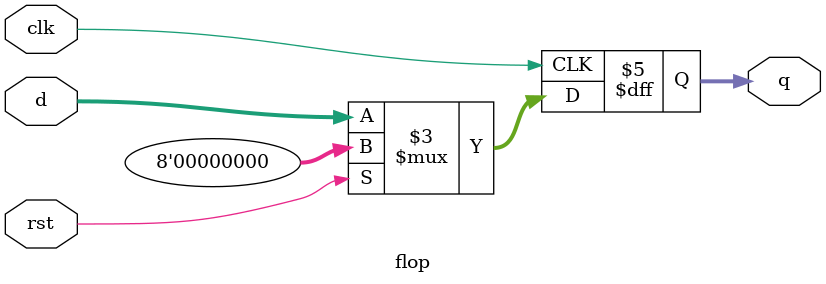
<source format=v>
module flop (
    input            clk,
    input            rst, 
    input            [7:0] d,  
    output    reg [7:0] q); 
    
    always@ (posedge clk)
        if   (rst) 
            q <= 8'b0;
        else       
            q <= d;
endmodule
</source>
